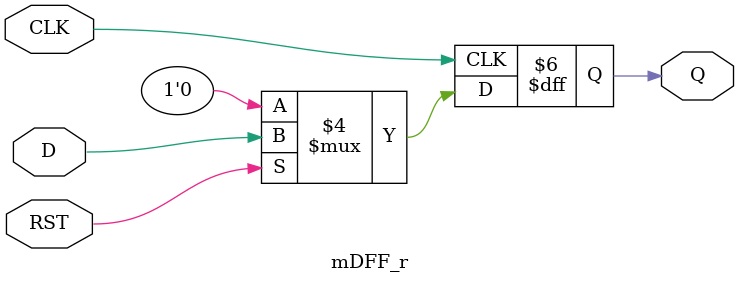
<source format=v>
/*
Copyright 2021 GaoZiBo <diyer175@hotmail.com>
Powered by YSYX https://oscpu.github.io/ysyx

Licensed under The MIT License (MIT).
-------------------------------------
Permission is hereby granted, free of charge, to any person obtaining a copy of
this software and associated documentation files (the "Software"), to deal in
the Software without restriction, including without limitation the rights to
use, copy, modify, merge, publish, distribute, sublicense, and/or sell copies of
the Software, and to permit persons to whom the Software is furnished to do so,
subject to the following conditions:

The above copyright notice and this permission notice shall be included in all
copies or substantial portions of the Software.

THE SOFTWARE IS PROVIDED "AS IS", WITHOUT WARRANTY OF ANY KIND, EXPRESS OR
IMPLIED,INCLUDING BUT NOT LIMITED TO THE WARRANTIES OF MERCHANTABILITY, FITNESS
FOR A PARTICULAR PURPOSE AND NONINFRINGEMENT. IN NO EVENT SHALL THE AUTHORS OR
COPYRIGHT HOLDERS BE LIABLE FOR ANY CLAIM, DAMAGES OR OTHER LIABILITY, WHETHER
IN AN ACTION OF CONTRACT, TORT OR OTHERWISE, ARISING FROM, OUT OF OR IN
CONNECTION WITH THE SOFTWARE OR THE USE OR OTHER DEALINGS IN THE SOFTWARE.
 */

`include "ncpu64k_config.vh"

module mDFF_r # (
   parameter DW = 1, // Data Width in bits
   parameter RST_VECTOR = {DW{1'b0}}
)
(
   input CLK,
   input RST,
   input [DW-1:0] D, // Data input
   output reg [DW-1:0] Q // Data output
);
`ifdef NCPU_RST_ASYNC
 `ifdef NCPU_RST_POS_POLARITY
   always @(posedge CLK or posedge RST) begin
 `else // neg polarity
   always @(posedge CLK or negedge RST) begin
 `endif
`else // synchronous
   always @(posedge CLK) begin
`endif
`ifdef NCPU_RST_POS_POLARITY
      if (RST)
`else // neg polarity
      if (~RST)
`endif
         Q <= RST_VECTOR;
      else
         Q <= D;
   end

   // synthesis translate_off
`ifndef SYNTHESIS

   // Assertions
`ifdef NCPU_ENABLE_ASSERT
`ifdef NCPU_CHECK_X
   always @(posedge CLK) begin
      if((^D) === 1'bx)
         $fatal ("\n DFF: uncertain state! \n");
   end
`endif
`endif

`endif
   // synthesis translate_on
endmodule

</source>
